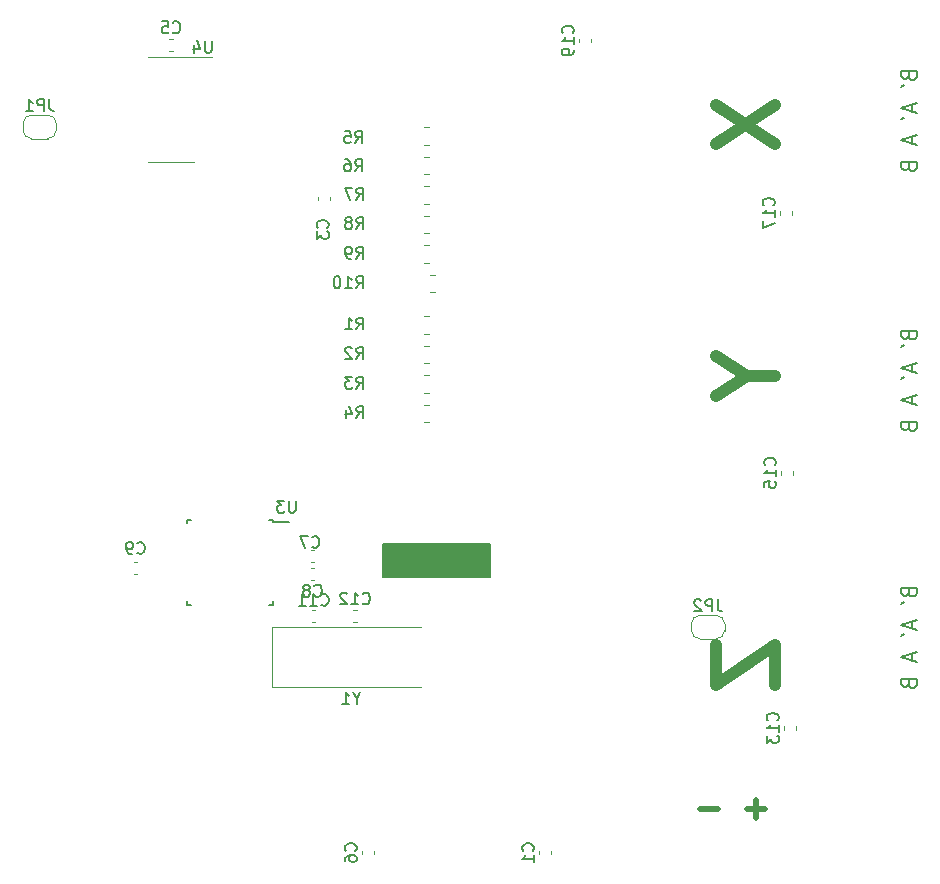
<source format=gbr>
%TF.GenerationSoftware,KiCad,Pcbnew,7.0.1-3b83917a11~172~ubuntu22.10.1*%
%TF.CreationDate,2023-08-26T15:52:06+02:00*%
%TF.ProjectId,controller,636f6e74-726f-46c6-9c65-722e6b696361,rev?*%
%TF.SameCoordinates,Original*%
%TF.FileFunction,Legend,Bot*%
%TF.FilePolarity,Positive*%
%FSLAX46Y46*%
G04 Gerber Fmt 4.6, Leading zero omitted, Abs format (unit mm)*
G04 Created by KiCad (PCBNEW 7.0.1-3b83917a11~172~ubuntu22.10.1) date 2023-08-26 15:52:06*
%MOMM*%
%LPD*%
G01*
G04 APERTURE LIST*
%ADD10C,0.150000*%
%ADD11C,1.000000*%
%ADD12C,0.200000*%
%ADD13C,0.500000*%
%ADD14C,0.120000*%
G04 APERTURE END LIST*
D10*
X66700000Y-78600000D02*
X75700000Y-78600000D01*
X75700000Y-81400000D01*
X66700000Y-81400000D01*
X66700000Y-78600000D01*
G36*
X66700000Y-78600000D02*
G01*
X75700000Y-78600000D01*
X75700000Y-81400000D01*
X66700000Y-81400000D01*
X66700000Y-78600000D01*
G37*
D11*
X94888095Y-87214285D02*
X94888095Y-90547619D01*
X94888095Y-90547619D02*
X99888095Y-87214285D01*
X99888095Y-87214285D02*
X99888095Y-90547619D01*
X97507142Y-64392857D02*
X99888095Y-64392857D01*
X94888095Y-62726190D02*
X97507142Y-64392857D01*
X97507142Y-64392857D02*
X94888095Y-66059523D01*
X94888095Y-41464285D02*
X99888095Y-44797619D01*
X94888095Y-44797619D02*
X99888095Y-41464285D01*
D12*
X111159952Y-38992857D02*
X111221857Y-39178571D01*
X111221857Y-39178571D02*
X111283761Y-39240476D01*
X111283761Y-39240476D02*
X111407571Y-39302380D01*
X111407571Y-39302380D02*
X111593285Y-39302380D01*
X111593285Y-39302380D02*
X111717095Y-39240476D01*
X111717095Y-39240476D02*
X111779000Y-39178571D01*
X111779000Y-39178571D02*
X111840904Y-39054761D01*
X111840904Y-39054761D02*
X111840904Y-38559523D01*
X111840904Y-38559523D02*
X110540904Y-38559523D01*
X110540904Y-38559523D02*
X110540904Y-38992857D01*
X110540904Y-38992857D02*
X110602809Y-39116666D01*
X110602809Y-39116666D02*
X110664714Y-39178571D01*
X110664714Y-39178571D02*
X110788523Y-39240476D01*
X110788523Y-39240476D02*
X110912333Y-39240476D01*
X110912333Y-39240476D02*
X111036142Y-39178571D01*
X111036142Y-39178571D02*
X111098047Y-39116666D01*
X111098047Y-39116666D02*
X111159952Y-38992857D01*
X111159952Y-38992857D02*
X111159952Y-38559523D01*
X110540904Y-39921428D02*
X110788523Y-39797619D01*
X111469476Y-41407143D02*
X111469476Y-42026190D01*
X111840904Y-41283333D02*
X110540904Y-41716666D01*
X110540904Y-41716666D02*
X111840904Y-42150000D01*
X110540904Y-42645238D02*
X110788523Y-42521429D01*
X111469476Y-44130953D02*
X111469476Y-44750000D01*
X111840904Y-44007143D02*
X110540904Y-44440476D01*
X110540904Y-44440476D02*
X111840904Y-44873810D01*
X111159952Y-46730953D02*
X111221857Y-46916667D01*
X111221857Y-46916667D02*
X111283761Y-46978572D01*
X111283761Y-46978572D02*
X111407571Y-47040476D01*
X111407571Y-47040476D02*
X111593285Y-47040476D01*
X111593285Y-47040476D02*
X111717095Y-46978572D01*
X111717095Y-46978572D02*
X111779000Y-46916667D01*
X111779000Y-46916667D02*
X111840904Y-46792857D01*
X111840904Y-46792857D02*
X111840904Y-46297619D01*
X111840904Y-46297619D02*
X110540904Y-46297619D01*
X110540904Y-46297619D02*
X110540904Y-46730953D01*
X110540904Y-46730953D02*
X110602809Y-46854762D01*
X110602809Y-46854762D02*
X110664714Y-46916667D01*
X110664714Y-46916667D02*
X110788523Y-46978572D01*
X110788523Y-46978572D02*
X110912333Y-46978572D01*
X110912333Y-46978572D02*
X111036142Y-46916667D01*
X111036142Y-46916667D02*
X111098047Y-46854762D01*
X111098047Y-46854762D02*
X111159952Y-46730953D01*
X111159952Y-46730953D02*
X111159952Y-46297619D01*
X111159952Y-60992857D02*
X111221857Y-61178571D01*
X111221857Y-61178571D02*
X111283761Y-61240476D01*
X111283761Y-61240476D02*
X111407571Y-61302380D01*
X111407571Y-61302380D02*
X111593285Y-61302380D01*
X111593285Y-61302380D02*
X111717095Y-61240476D01*
X111717095Y-61240476D02*
X111779000Y-61178571D01*
X111779000Y-61178571D02*
X111840904Y-61054761D01*
X111840904Y-61054761D02*
X111840904Y-60559523D01*
X111840904Y-60559523D02*
X110540904Y-60559523D01*
X110540904Y-60559523D02*
X110540904Y-60992857D01*
X110540904Y-60992857D02*
X110602809Y-61116666D01*
X110602809Y-61116666D02*
X110664714Y-61178571D01*
X110664714Y-61178571D02*
X110788523Y-61240476D01*
X110788523Y-61240476D02*
X110912333Y-61240476D01*
X110912333Y-61240476D02*
X111036142Y-61178571D01*
X111036142Y-61178571D02*
X111098047Y-61116666D01*
X111098047Y-61116666D02*
X111159952Y-60992857D01*
X111159952Y-60992857D02*
X111159952Y-60559523D01*
X110540904Y-61921428D02*
X110788523Y-61797619D01*
X111469476Y-63407143D02*
X111469476Y-64026190D01*
X111840904Y-63283333D02*
X110540904Y-63716666D01*
X110540904Y-63716666D02*
X111840904Y-64150000D01*
X110540904Y-64645238D02*
X110788523Y-64521429D01*
X111469476Y-66130953D02*
X111469476Y-66750000D01*
X111840904Y-66007143D02*
X110540904Y-66440476D01*
X110540904Y-66440476D02*
X111840904Y-66873810D01*
X111159952Y-68730953D02*
X111221857Y-68916667D01*
X111221857Y-68916667D02*
X111283761Y-68978572D01*
X111283761Y-68978572D02*
X111407571Y-69040476D01*
X111407571Y-69040476D02*
X111593285Y-69040476D01*
X111593285Y-69040476D02*
X111717095Y-68978572D01*
X111717095Y-68978572D02*
X111779000Y-68916667D01*
X111779000Y-68916667D02*
X111840904Y-68792857D01*
X111840904Y-68792857D02*
X111840904Y-68297619D01*
X111840904Y-68297619D02*
X110540904Y-68297619D01*
X110540904Y-68297619D02*
X110540904Y-68730953D01*
X110540904Y-68730953D02*
X110602809Y-68854762D01*
X110602809Y-68854762D02*
X110664714Y-68916667D01*
X110664714Y-68916667D02*
X110788523Y-68978572D01*
X110788523Y-68978572D02*
X110912333Y-68978572D01*
X110912333Y-68978572D02*
X111036142Y-68916667D01*
X111036142Y-68916667D02*
X111098047Y-68854762D01*
X111098047Y-68854762D02*
X111159952Y-68730953D01*
X111159952Y-68730953D02*
X111159952Y-68297619D01*
X111159952Y-82742857D02*
X111221857Y-82928571D01*
X111221857Y-82928571D02*
X111283761Y-82990476D01*
X111283761Y-82990476D02*
X111407571Y-83052380D01*
X111407571Y-83052380D02*
X111593285Y-83052380D01*
X111593285Y-83052380D02*
X111717095Y-82990476D01*
X111717095Y-82990476D02*
X111779000Y-82928571D01*
X111779000Y-82928571D02*
X111840904Y-82804761D01*
X111840904Y-82804761D02*
X111840904Y-82309523D01*
X111840904Y-82309523D02*
X110540904Y-82309523D01*
X110540904Y-82309523D02*
X110540904Y-82742857D01*
X110540904Y-82742857D02*
X110602809Y-82866666D01*
X110602809Y-82866666D02*
X110664714Y-82928571D01*
X110664714Y-82928571D02*
X110788523Y-82990476D01*
X110788523Y-82990476D02*
X110912333Y-82990476D01*
X110912333Y-82990476D02*
X111036142Y-82928571D01*
X111036142Y-82928571D02*
X111098047Y-82866666D01*
X111098047Y-82866666D02*
X111159952Y-82742857D01*
X111159952Y-82742857D02*
X111159952Y-82309523D01*
X110540904Y-83671428D02*
X110788523Y-83547619D01*
X111469476Y-85157143D02*
X111469476Y-85776190D01*
X111840904Y-85033333D02*
X110540904Y-85466666D01*
X110540904Y-85466666D02*
X111840904Y-85900000D01*
X110540904Y-86395238D02*
X110788523Y-86271429D01*
X111469476Y-87880953D02*
X111469476Y-88500000D01*
X111840904Y-87757143D02*
X110540904Y-88190476D01*
X110540904Y-88190476D02*
X111840904Y-88623810D01*
X111159952Y-90480953D02*
X111221857Y-90666667D01*
X111221857Y-90666667D02*
X111283761Y-90728572D01*
X111283761Y-90728572D02*
X111407571Y-90790476D01*
X111407571Y-90790476D02*
X111593285Y-90790476D01*
X111593285Y-90790476D02*
X111717095Y-90728572D01*
X111717095Y-90728572D02*
X111779000Y-90666667D01*
X111779000Y-90666667D02*
X111840904Y-90542857D01*
X111840904Y-90542857D02*
X111840904Y-90047619D01*
X111840904Y-90047619D02*
X110540904Y-90047619D01*
X110540904Y-90047619D02*
X110540904Y-90480953D01*
X110540904Y-90480953D02*
X110602809Y-90604762D01*
X110602809Y-90604762D02*
X110664714Y-90666667D01*
X110664714Y-90666667D02*
X110788523Y-90728572D01*
X110788523Y-90728572D02*
X110912333Y-90728572D01*
X110912333Y-90728572D02*
X111036142Y-90666667D01*
X111036142Y-90666667D02*
X111098047Y-90604762D01*
X111098047Y-90604762D02*
X111159952Y-90480953D01*
X111159952Y-90480953D02*
X111159952Y-90047619D01*
D10*
%TO.C,C19*%
X82717799Y-35357142D02*
X82765419Y-35309523D01*
X82765419Y-35309523D02*
X82813038Y-35166666D01*
X82813038Y-35166666D02*
X82813038Y-35071428D01*
X82813038Y-35071428D02*
X82765419Y-34928571D01*
X82765419Y-34928571D02*
X82670180Y-34833333D01*
X82670180Y-34833333D02*
X82574942Y-34785714D01*
X82574942Y-34785714D02*
X82384466Y-34738095D01*
X82384466Y-34738095D02*
X82241609Y-34738095D01*
X82241609Y-34738095D02*
X82051133Y-34785714D01*
X82051133Y-34785714D02*
X81955895Y-34833333D01*
X81955895Y-34833333D02*
X81860657Y-34928571D01*
X81860657Y-34928571D02*
X81813038Y-35071428D01*
X81813038Y-35071428D02*
X81813038Y-35166666D01*
X81813038Y-35166666D02*
X81860657Y-35309523D01*
X81860657Y-35309523D02*
X81908276Y-35357142D01*
X82813038Y-36309523D02*
X82813038Y-35738095D01*
X82813038Y-36023809D02*
X81813038Y-36023809D01*
X81813038Y-36023809D02*
X81955895Y-35928571D01*
X81955895Y-35928571D02*
X82051133Y-35833333D01*
X82051133Y-35833333D02*
X82098752Y-35738095D01*
X82813038Y-36785714D02*
X82813038Y-36976190D01*
X82813038Y-36976190D02*
X82765419Y-37071428D01*
X82765419Y-37071428D02*
X82717799Y-37119047D01*
X82717799Y-37119047D02*
X82574942Y-37214285D01*
X82574942Y-37214285D02*
X82384466Y-37261904D01*
X82384466Y-37261904D02*
X82003514Y-37261904D01*
X82003514Y-37261904D02*
X81908276Y-37214285D01*
X81908276Y-37214285D02*
X81860657Y-37166666D01*
X81860657Y-37166666D02*
X81813038Y-37071428D01*
X81813038Y-37071428D02*
X81813038Y-36880952D01*
X81813038Y-36880952D02*
X81860657Y-36785714D01*
X81860657Y-36785714D02*
X81908276Y-36738095D01*
X81908276Y-36738095D02*
X82003514Y-36690476D01*
X82003514Y-36690476D02*
X82241609Y-36690476D01*
X82241609Y-36690476D02*
X82336847Y-36738095D01*
X82336847Y-36738095D02*
X82384466Y-36785714D01*
X82384466Y-36785714D02*
X82432085Y-36880952D01*
X82432085Y-36880952D02*
X82432085Y-37071428D01*
X82432085Y-37071428D02*
X82384466Y-37166666D01*
X82384466Y-37166666D02*
X82336847Y-37214285D01*
X82336847Y-37214285D02*
X82241609Y-37261904D01*
%TO.C,JP2*%
X95016252Y-83321369D02*
X95016252Y-84035654D01*
X95016252Y-84035654D02*
X95063871Y-84178511D01*
X95063871Y-84178511D02*
X95159109Y-84273750D01*
X95159109Y-84273750D02*
X95301966Y-84321369D01*
X95301966Y-84321369D02*
X95397204Y-84321369D01*
X94540061Y-84321369D02*
X94540061Y-83321369D01*
X94540061Y-83321369D02*
X94159109Y-83321369D01*
X94159109Y-83321369D02*
X94063871Y-83368988D01*
X94063871Y-83368988D02*
X94016252Y-83416607D01*
X94016252Y-83416607D02*
X93968633Y-83511845D01*
X93968633Y-83511845D02*
X93968633Y-83654702D01*
X93968633Y-83654702D02*
X94016252Y-83749940D01*
X94016252Y-83749940D02*
X94063871Y-83797559D01*
X94063871Y-83797559D02*
X94159109Y-83845178D01*
X94159109Y-83845178D02*
X94540061Y-83845178D01*
X93587680Y-83416607D02*
X93540061Y-83368988D01*
X93540061Y-83368988D02*
X93444823Y-83321369D01*
X93444823Y-83321369D02*
X93206728Y-83321369D01*
X93206728Y-83321369D02*
X93111490Y-83368988D01*
X93111490Y-83368988D02*
X93063871Y-83416607D01*
X93063871Y-83416607D02*
X93016252Y-83511845D01*
X93016252Y-83511845D02*
X93016252Y-83607083D01*
X93016252Y-83607083D02*
X93063871Y-83749940D01*
X93063871Y-83749940D02*
X93635299Y-84321369D01*
X93635299Y-84321369D02*
X93016252Y-84321369D01*
%TO.C,Y1*%
X64426190Y-91716428D02*
X64426190Y-92192619D01*
X64759523Y-91192619D02*
X64426190Y-91716428D01*
X64426190Y-91716428D02*
X64092857Y-91192619D01*
X63235714Y-92192619D02*
X63807142Y-92192619D01*
X63521428Y-92192619D02*
X63521428Y-91192619D01*
X63521428Y-91192619D02*
X63616666Y-91335476D01*
X63616666Y-91335476D02*
X63711904Y-91430714D01*
X63711904Y-91430714D02*
X63807142Y-91478333D01*
%TO.C,U4*%
X52161904Y-36012619D02*
X52161904Y-36822142D01*
X52161904Y-36822142D02*
X52114285Y-36917380D01*
X52114285Y-36917380D02*
X52066666Y-36965000D01*
X52066666Y-36965000D02*
X51971428Y-37012619D01*
X51971428Y-37012619D02*
X51780952Y-37012619D01*
X51780952Y-37012619D02*
X51685714Y-36965000D01*
X51685714Y-36965000D02*
X51638095Y-36917380D01*
X51638095Y-36917380D02*
X51590476Y-36822142D01*
X51590476Y-36822142D02*
X51590476Y-36012619D01*
X50685714Y-36345952D02*
X50685714Y-37012619D01*
X50923809Y-35965000D02*
X51161904Y-36679285D01*
X51161904Y-36679285D02*
X50542857Y-36679285D01*
%TO.C,U3*%
X59261904Y-74962619D02*
X59261904Y-75772142D01*
X59261904Y-75772142D02*
X59214285Y-75867380D01*
X59214285Y-75867380D02*
X59166666Y-75915000D01*
X59166666Y-75915000D02*
X59071428Y-75962619D01*
X59071428Y-75962619D02*
X58880952Y-75962619D01*
X58880952Y-75962619D02*
X58785714Y-75915000D01*
X58785714Y-75915000D02*
X58738095Y-75867380D01*
X58738095Y-75867380D02*
X58690476Y-75772142D01*
X58690476Y-75772142D02*
X58690476Y-74962619D01*
X58309523Y-74962619D02*
X57690476Y-74962619D01*
X57690476Y-74962619D02*
X58023809Y-75343571D01*
X58023809Y-75343571D02*
X57880952Y-75343571D01*
X57880952Y-75343571D02*
X57785714Y-75391190D01*
X57785714Y-75391190D02*
X57738095Y-75438809D01*
X57738095Y-75438809D02*
X57690476Y-75534047D01*
X57690476Y-75534047D02*
X57690476Y-75772142D01*
X57690476Y-75772142D02*
X57738095Y-75867380D01*
X57738095Y-75867380D02*
X57785714Y-75915000D01*
X57785714Y-75915000D02*
X57880952Y-75962619D01*
X57880952Y-75962619D02*
X58166666Y-75962619D01*
X58166666Y-75962619D02*
X58261904Y-75915000D01*
X58261904Y-75915000D02*
X58309523Y-75867380D01*
%TO.C,R10*%
X64392857Y-56962619D02*
X64726190Y-56486428D01*
X64964285Y-56962619D02*
X64964285Y-55962619D01*
X64964285Y-55962619D02*
X64583333Y-55962619D01*
X64583333Y-55962619D02*
X64488095Y-56010238D01*
X64488095Y-56010238D02*
X64440476Y-56057857D01*
X64440476Y-56057857D02*
X64392857Y-56153095D01*
X64392857Y-56153095D02*
X64392857Y-56295952D01*
X64392857Y-56295952D02*
X64440476Y-56391190D01*
X64440476Y-56391190D02*
X64488095Y-56438809D01*
X64488095Y-56438809D02*
X64583333Y-56486428D01*
X64583333Y-56486428D02*
X64964285Y-56486428D01*
X63440476Y-56962619D02*
X64011904Y-56962619D01*
X63726190Y-56962619D02*
X63726190Y-55962619D01*
X63726190Y-55962619D02*
X63821428Y-56105476D01*
X63821428Y-56105476D02*
X63916666Y-56200714D01*
X63916666Y-56200714D02*
X64011904Y-56248333D01*
X62821428Y-55962619D02*
X62726190Y-55962619D01*
X62726190Y-55962619D02*
X62630952Y-56010238D01*
X62630952Y-56010238D02*
X62583333Y-56057857D01*
X62583333Y-56057857D02*
X62535714Y-56153095D01*
X62535714Y-56153095D02*
X62488095Y-56343571D01*
X62488095Y-56343571D02*
X62488095Y-56581666D01*
X62488095Y-56581666D02*
X62535714Y-56772142D01*
X62535714Y-56772142D02*
X62583333Y-56867380D01*
X62583333Y-56867380D02*
X62630952Y-56915000D01*
X62630952Y-56915000D02*
X62726190Y-56962619D01*
X62726190Y-56962619D02*
X62821428Y-56962619D01*
X62821428Y-56962619D02*
X62916666Y-56915000D01*
X62916666Y-56915000D02*
X62964285Y-56867380D01*
X62964285Y-56867380D02*
X63011904Y-56772142D01*
X63011904Y-56772142D02*
X63059523Y-56581666D01*
X63059523Y-56581666D02*
X63059523Y-56343571D01*
X63059523Y-56343571D02*
X63011904Y-56153095D01*
X63011904Y-56153095D02*
X62964285Y-56057857D01*
X62964285Y-56057857D02*
X62916666Y-56010238D01*
X62916666Y-56010238D02*
X62821428Y-55962619D01*
%TO.C,R9*%
X64416666Y-54462619D02*
X64749999Y-53986428D01*
X64988094Y-54462619D02*
X64988094Y-53462619D01*
X64988094Y-53462619D02*
X64607142Y-53462619D01*
X64607142Y-53462619D02*
X64511904Y-53510238D01*
X64511904Y-53510238D02*
X64464285Y-53557857D01*
X64464285Y-53557857D02*
X64416666Y-53653095D01*
X64416666Y-53653095D02*
X64416666Y-53795952D01*
X64416666Y-53795952D02*
X64464285Y-53891190D01*
X64464285Y-53891190D02*
X64511904Y-53938809D01*
X64511904Y-53938809D02*
X64607142Y-53986428D01*
X64607142Y-53986428D02*
X64988094Y-53986428D01*
X63940475Y-54462619D02*
X63749999Y-54462619D01*
X63749999Y-54462619D02*
X63654761Y-54415000D01*
X63654761Y-54415000D02*
X63607142Y-54367380D01*
X63607142Y-54367380D02*
X63511904Y-54224523D01*
X63511904Y-54224523D02*
X63464285Y-54034047D01*
X63464285Y-54034047D02*
X63464285Y-53653095D01*
X63464285Y-53653095D02*
X63511904Y-53557857D01*
X63511904Y-53557857D02*
X63559523Y-53510238D01*
X63559523Y-53510238D02*
X63654761Y-53462619D01*
X63654761Y-53462619D02*
X63845237Y-53462619D01*
X63845237Y-53462619D02*
X63940475Y-53510238D01*
X63940475Y-53510238D02*
X63988094Y-53557857D01*
X63988094Y-53557857D02*
X64035713Y-53653095D01*
X64035713Y-53653095D02*
X64035713Y-53891190D01*
X64035713Y-53891190D02*
X63988094Y-53986428D01*
X63988094Y-53986428D02*
X63940475Y-54034047D01*
X63940475Y-54034047D02*
X63845237Y-54081666D01*
X63845237Y-54081666D02*
X63654761Y-54081666D01*
X63654761Y-54081666D02*
X63559523Y-54034047D01*
X63559523Y-54034047D02*
X63511904Y-53986428D01*
X63511904Y-53986428D02*
X63464285Y-53891190D01*
%TO.C,R8*%
X64416666Y-51962619D02*
X64749999Y-51486428D01*
X64988094Y-51962619D02*
X64988094Y-50962619D01*
X64988094Y-50962619D02*
X64607142Y-50962619D01*
X64607142Y-50962619D02*
X64511904Y-51010238D01*
X64511904Y-51010238D02*
X64464285Y-51057857D01*
X64464285Y-51057857D02*
X64416666Y-51153095D01*
X64416666Y-51153095D02*
X64416666Y-51295952D01*
X64416666Y-51295952D02*
X64464285Y-51391190D01*
X64464285Y-51391190D02*
X64511904Y-51438809D01*
X64511904Y-51438809D02*
X64607142Y-51486428D01*
X64607142Y-51486428D02*
X64988094Y-51486428D01*
X63845237Y-51391190D02*
X63940475Y-51343571D01*
X63940475Y-51343571D02*
X63988094Y-51295952D01*
X63988094Y-51295952D02*
X64035713Y-51200714D01*
X64035713Y-51200714D02*
X64035713Y-51153095D01*
X64035713Y-51153095D02*
X63988094Y-51057857D01*
X63988094Y-51057857D02*
X63940475Y-51010238D01*
X63940475Y-51010238D02*
X63845237Y-50962619D01*
X63845237Y-50962619D02*
X63654761Y-50962619D01*
X63654761Y-50962619D02*
X63559523Y-51010238D01*
X63559523Y-51010238D02*
X63511904Y-51057857D01*
X63511904Y-51057857D02*
X63464285Y-51153095D01*
X63464285Y-51153095D02*
X63464285Y-51200714D01*
X63464285Y-51200714D02*
X63511904Y-51295952D01*
X63511904Y-51295952D02*
X63559523Y-51343571D01*
X63559523Y-51343571D02*
X63654761Y-51391190D01*
X63654761Y-51391190D02*
X63845237Y-51391190D01*
X63845237Y-51391190D02*
X63940475Y-51438809D01*
X63940475Y-51438809D02*
X63988094Y-51486428D01*
X63988094Y-51486428D02*
X64035713Y-51581666D01*
X64035713Y-51581666D02*
X64035713Y-51772142D01*
X64035713Y-51772142D02*
X63988094Y-51867380D01*
X63988094Y-51867380D02*
X63940475Y-51915000D01*
X63940475Y-51915000D02*
X63845237Y-51962619D01*
X63845237Y-51962619D02*
X63654761Y-51962619D01*
X63654761Y-51962619D02*
X63559523Y-51915000D01*
X63559523Y-51915000D02*
X63511904Y-51867380D01*
X63511904Y-51867380D02*
X63464285Y-51772142D01*
X63464285Y-51772142D02*
X63464285Y-51581666D01*
X63464285Y-51581666D02*
X63511904Y-51486428D01*
X63511904Y-51486428D02*
X63559523Y-51438809D01*
X63559523Y-51438809D02*
X63654761Y-51391190D01*
%TO.C,R7*%
X64416666Y-49462619D02*
X64749999Y-48986428D01*
X64988094Y-49462619D02*
X64988094Y-48462619D01*
X64988094Y-48462619D02*
X64607142Y-48462619D01*
X64607142Y-48462619D02*
X64511904Y-48510238D01*
X64511904Y-48510238D02*
X64464285Y-48557857D01*
X64464285Y-48557857D02*
X64416666Y-48653095D01*
X64416666Y-48653095D02*
X64416666Y-48795952D01*
X64416666Y-48795952D02*
X64464285Y-48891190D01*
X64464285Y-48891190D02*
X64511904Y-48938809D01*
X64511904Y-48938809D02*
X64607142Y-48986428D01*
X64607142Y-48986428D02*
X64988094Y-48986428D01*
X64083332Y-48462619D02*
X63416666Y-48462619D01*
X63416666Y-48462619D02*
X63845237Y-49462619D01*
%TO.C,R6*%
X64316666Y-47062619D02*
X64649999Y-46586428D01*
X64888094Y-47062619D02*
X64888094Y-46062619D01*
X64888094Y-46062619D02*
X64507142Y-46062619D01*
X64507142Y-46062619D02*
X64411904Y-46110238D01*
X64411904Y-46110238D02*
X64364285Y-46157857D01*
X64364285Y-46157857D02*
X64316666Y-46253095D01*
X64316666Y-46253095D02*
X64316666Y-46395952D01*
X64316666Y-46395952D02*
X64364285Y-46491190D01*
X64364285Y-46491190D02*
X64411904Y-46538809D01*
X64411904Y-46538809D02*
X64507142Y-46586428D01*
X64507142Y-46586428D02*
X64888094Y-46586428D01*
X63459523Y-46062619D02*
X63649999Y-46062619D01*
X63649999Y-46062619D02*
X63745237Y-46110238D01*
X63745237Y-46110238D02*
X63792856Y-46157857D01*
X63792856Y-46157857D02*
X63888094Y-46300714D01*
X63888094Y-46300714D02*
X63935713Y-46491190D01*
X63935713Y-46491190D02*
X63935713Y-46872142D01*
X63935713Y-46872142D02*
X63888094Y-46967380D01*
X63888094Y-46967380D02*
X63840475Y-47015000D01*
X63840475Y-47015000D02*
X63745237Y-47062619D01*
X63745237Y-47062619D02*
X63554761Y-47062619D01*
X63554761Y-47062619D02*
X63459523Y-47015000D01*
X63459523Y-47015000D02*
X63411904Y-46967380D01*
X63411904Y-46967380D02*
X63364285Y-46872142D01*
X63364285Y-46872142D02*
X63364285Y-46634047D01*
X63364285Y-46634047D02*
X63411904Y-46538809D01*
X63411904Y-46538809D02*
X63459523Y-46491190D01*
X63459523Y-46491190D02*
X63554761Y-46443571D01*
X63554761Y-46443571D02*
X63745237Y-46443571D01*
X63745237Y-46443571D02*
X63840475Y-46491190D01*
X63840475Y-46491190D02*
X63888094Y-46538809D01*
X63888094Y-46538809D02*
X63935713Y-46634047D01*
%TO.C,R5*%
X64316666Y-44662619D02*
X64649999Y-44186428D01*
X64888094Y-44662619D02*
X64888094Y-43662619D01*
X64888094Y-43662619D02*
X64507142Y-43662619D01*
X64507142Y-43662619D02*
X64411904Y-43710238D01*
X64411904Y-43710238D02*
X64364285Y-43757857D01*
X64364285Y-43757857D02*
X64316666Y-43853095D01*
X64316666Y-43853095D02*
X64316666Y-43995952D01*
X64316666Y-43995952D02*
X64364285Y-44091190D01*
X64364285Y-44091190D02*
X64411904Y-44138809D01*
X64411904Y-44138809D02*
X64507142Y-44186428D01*
X64507142Y-44186428D02*
X64888094Y-44186428D01*
X63411904Y-43662619D02*
X63888094Y-43662619D01*
X63888094Y-43662619D02*
X63935713Y-44138809D01*
X63935713Y-44138809D02*
X63888094Y-44091190D01*
X63888094Y-44091190D02*
X63792856Y-44043571D01*
X63792856Y-44043571D02*
X63554761Y-44043571D01*
X63554761Y-44043571D02*
X63459523Y-44091190D01*
X63459523Y-44091190D02*
X63411904Y-44138809D01*
X63411904Y-44138809D02*
X63364285Y-44234047D01*
X63364285Y-44234047D02*
X63364285Y-44472142D01*
X63364285Y-44472142D02*
X63411904Y-44567380D01*
X63411904Y-44567380D02*
X63459523Y-44615000D01*
X63459523Y-44615000D02*
X63554761Y-44662619D01*
X63554761Y-44662619D02*
X63792856Y-44662619D01*
X63792856Y-44662619D02*
X63888094Y-44615000D01*
X63888094Y-44615000D02*
X63935713Y-44567380D01*
%TO.C,R4*%
X64416666Y-67962619D02*
X64749999Y-67486428D01*
X64988094Y-67962619D02*
X64988094Y-66962619D01*
X64988094Y-66962619D02*
X64607142Y-66962619D01*
X64607142Y-66962619D02*
X64511904Y-67010238D01*
X64511904Y-67010238D02*
X64464285Y-67057857D01*
X64464285Y-67057857D02*
X64416666Y-67153095D01*
X64416666Y-67153095D02*
X64416666Y-67295952D01*
X64416666Y-67295952D02*
X64464285Y-67391190D01*
X64464285Y-67391190D02*
X64511904Y-67438809D01*
X64511904Y-67438809D02*
X64607142Y-67486428D01*
X64607142Y-67486428D02*
X64988094Y-67486428D01*
X63559523Y-67295952D02*
X63559523Y-67962619D01*
X63797618Y-66915000D02*
X64035713Y-67629285D01*
X64035713Y-67629285D02*
X63416666Y-67629285D01*
%TO.C,R3*%
X64416666Y-65462619D02*
X64749999Y-64986428D01*
X64988094Y-65462619D02*
X64988094Y-64462619D01*
X64988094Y-64462619D02*
X64607142Y-64462619D01*
X64607142Y-64462619D02*
X64511904Y-64510238D01*
X64511904Y-64510238D02*
X64464285Y-64557857D01*
X64464285Y-64557857D02*
X64416666Y-64653095D01*
X64416666Y-64653095D02*
X64416666Y-64795952D01*
X64416666Y-64795952D02*
X64464285Y-64891190D01*
X64464285Y-64891190D02*
X64511904Y-64938809D01*
X64511904Y-64938809D02*
X64607142Y-64986428D01*
X64607142Y-64986428D02*
X64988094Y-64986428D01*
X64083332Y-64462619D02*
X63464285Y-64462619D01*
X63464285Y-64462619D02*
X63797618Y-64843571D01*
X63797618Y-64843571D02*
X63654761Y-64843571D01*
X63654761Y-64843571D02*
X63559523Y-64891190D01*
X63559523Y-64891190D02*
X63511904Y-64938809D01*
X63511904Y-64938809D02*
X63464285Y-65034047D01*
X63464285Y-65034047D02*
X63464285Y-65272142D01*
X63464285Y-65272142D02*
X63511904Y-65367380D01*
X63511904Y-65367380D02*
X63559523Y-65415000D01*
X63559523Y-65415000D02*
X63654761Y-65462619D01*
X63654761Y-65462619D02*
X63940475Y-65462619D01*
X63940475Y-65462619D02*
X64035713Y-65415000D01*
X64035713Y-65415000D02*
X64083332Y-65367380D01*
%TO.C,R2*%
X64416666Y-62962619D02*
X64749999Y-62486428D01*
X64988094Y-62962619D02*
X64988094Y-61962619D01*
X64988094Y-61962619D02*
X64607142Y-61962619D01*
X64607142Y-61962619D02*
X64511904Y-62010238D01*
X64511904Y-62010238D02*
X64464285Y-62057857D01*
X64464285Y-62057857D02*
X64416666Y-62153095D01*
X64416666Y-62153095D02*
X64416666Y-62295952D01*
X64416666Y-62295952D02*
X64464285Y-62391190D01*
X64464285Y-62391190D02*
X64511904Y-62438809D01*
X64511904Y-62438809D02*
X64607142Y-62486428D01*
X64607142Y-62486428D02*
X64988094Y-62486428D01*
X64035713Y-62057857D02*
X63988094Y-62010238D01*
X63988094Y-62010238D02*
X63892856Y-61962619D01*
X63892856Y-61962619D02*
X63654761Y-61962619D01*
X63654761Y-61962619D02*
X63559523Y-62010238D01*
X63559523Y-62010238D02*
X63511904Y-62057857D01*
X63511904Y-62057857D02*
X63464285Y-62153095D01*
X63464285Y-62153095D02*
X63464285Y-62248333D01*
X63464285Y-62248333D02*
X63511904Y-62391190D01*
X63511904Y-62391190D02*
X64083332Y-62962619D01*
X64083332Y-62962619D02*
X63464285Y-62962619D01*
%TO.C,R1*%
X64416666Y-60462619D02*
X64749999Y-59986428D01*
X64988094Y-60462619D02*
X64988094Y-59462619D01*
X64988094Y-59462619D02*
X64607142Y-59462619D01*
X64607142Y-59462619D02*
X64511904Y-59510238D01*
X64511904Y-59510238D02*
X64464285Y-59557857D01*
X64464285Y-59557857D02*
X64416666Y-59653095D01*
X64416666Y-59653095D02*
X64416666Y-59795952D01*
X64416666Y-59795952D02*
X64464285Y-59891190D01*
X64464285Y-59891190D02*
X64511904Y-59938809D01*
X64511904Y-59938809D02*
X64607142Y-59986428D01*
X64607142Y-59986428D02*
X64988094Y-59986428D01*
X63464285Y-60462619D02*
X64035713Y-60462619D01*
X63749999Y-60462619D02*
X63749999Y-59462619D01*
X63749999Y-59462619D02*
X63845237Y-59605476D01*
X63845237Y-59605476D02*
X63940475Y-59700714D01*
X63940475Y-59700714D02*
X64035713Y-59748333D01*
%TO.C,JP1*%
X38428752Y-40962619D02*
X38428752Y-41676904D01*
X38428752Y-41676904D02*
X38476371Y-41819761D01*
X38476371Y-41819761D02*
X38571609Y-41915000D01*
X38571609Y-41915000D02*
X38714466Y-41962619D01*
X38714466Y-41962619D02*
X38809704Y-41962619D01*
X37952561Y-41962619D02*
X37952561Y-40962619D01*
X37952561Y-40962619D02*
X37571609Y-40962619D01*
X37571609Y-40962619D02*
X37476371Y-41010238D01*
X37476371Y-41010238D02*
X37428752Y-41057857D01*
X37428752Y-41057857D02*
X37381133Y-41153095D01*
X37381133Y-41153095D02*
X37381133Y-41295952D01*
X37381133Y-41295952D02*
X37428752Y-41391190D01*
X37428752Y-41391190D02*
X37476371Y-41438809D01*
X37476371Y-41438809D02*
X37571609Y-41486428D01*
X37571609Y-41486428D02*
X37952561Y-41486428D01*
X36428752Y-41962619D02*
X37000180Y-41962619D01*
X36714466Y-41962619D02*
X36714466Y-40962619D01*
X36714466Y-40962619D02*
X36809704Y-41105476D01*
X36809704Y-41105476D02*
X36904942Y-41200714D01*
X36904942Y-41200714D02*
X37000180Y-41248333D01*
D13*
%TO.C,J5*%
X93518514Y-101063333D02*
X95042324Y-101063333D01*
X97518514Y-101063333D02*
X99042324Y-101063333D01*
X98280419Y-101825238D02*
X98280419Y-100301428D01*
D10*
%TO.C,C17*%
X99720299Y-49955892D02*
X99767919Y-49908273D01*
X99767919Y-49908273D02*
X99815538Y-49765416D01*
X99815538Y-49765416D02*
X99815538Y-49670178D01*
X99815538Y-49670178D02*
X99767919Y-49527321D01*
X99767919Y-49527321D02*
X99672680Y-49432083D01*
X99672680Y-49432083D02*
X99577442Y-49384464D01*
X99577442Y-49384464D02*
X99386966Y-49336845D01*
X99386966Y-49336845D02*
X99244109Y-49336845D01*
X99244109Y-49336845D02*
X99053633Y-49384464D01*
X99053633Y-49384464D02*
X98958395Y-49432083D01*
X98958395Y-49432083D02*
X98863157Y-49527321D01*
X98863157Y-49527321D02*
X98815538Y-49670178D01*
X98815538Y-49670178D02*
X98815538Y-49765416D01*
X98815538Y-49765416D02*
X98863157Y-49908273D01*
X98863157Y-49908273D02*
X98910776Y-49955892D01*
X99815538Y-50908273D02*
X99815538Y-50336845D01*
X99815538Y-50622559D02*
X98815538Y-50622559D01*
X98815538Y-50622559D02*
X98958395Y-50527321D01*
X98958395Y-50527321D02*
X99053633Y-50432083D01*
X99053633Y-50432083D02*
X99101252Y-50336845D01*
X98815538Y-51241607D02*
X98815538Y-51908273D01*
X98815538Y-51908273D02*
X99815538Y-51479702D01*
%TO.C,C15*%
X99835299Y-71955892D02*
X99882919Y-71908273D01*
X99882919Y-71908273D02*
X99930538Y-71765416D01*
X99930538Y-71765416D02*
X99930538Y-71670178D01*
X99930538Y-71670178D02*
X99882919Y-71527321D01*
X99882919Y-71527321D02*
X99787680Y-71432083D01*
X99787680Y-71432083D02*
X99692442Y-71384464D01*
X99692442Y-71384464D02*
X99501966Y-71336845D01*
X99501966Y-71336845D02*
X99359109Y-71336845D01*
X99359109Y-71336845D02*
X99168633Y-71384464D01*
X99168633Y-71384464D02*
X99073395Y-71432083D01*
X99073395Y-71432083D02*
X98978157Y-71527321D01*
X98978157Y-71527321D02*
X98930538Y-71670178D01*
X98930538Y-71670178D02*
X98930538Y-71765416D01*
X98930538Y-71765416D02*
X98978157Y-71908273D01*
X98978157Y-71908273D02*
X99025776Y-71955892D01*
X99930538Y-72908273D02*
X99930538Y-72336845D01*
X99930538Y-72622559D02*
X98930538Y-72622559D01*
X98930538Y-72622559D02*
X99073395Y-72527321D01*
X99073395Y-72527321D02*
X99168633Y-72432083D01*
X99168633Y-72432083D02*
X99216252Y-72336845D01*
X98930538Y-73813035D02*
X98930538Y-73336845D01*
X98930538Y-73336845D02*
X99406728Y-73289226D01*
X99406728Y-73289226D02*
X99359109Y-73336845D01*
X99359109Y-73336845D02*
X99311490Y-73432083D01*
X99311490Y-73432083D02*
X99311490Y-73670178D01*
X99311490Y-73670178D02*
X99359109Y-73765416D01*
X99359109Y-73765416D02*
X99406728Y-73813035D01*
X99406728Y-73813035D02*
X99501966Y-73860654D01*
X99501966Y-73860654D02*
X99740061Y-73860654D01*
X99740061Y-73860654D02*
X99835299Y-73813035D01*
X99835299Y-73813035D02*
X99882919Y-73765416D01*
X99882919Y-73765416D02*
X99930538Y-73670178D01*
X99930538Y-73670178D02*
X99930538Y-73432083D01*
X99930538Y-73432083D02*
X99882919Y-73336845D01*
X99882919Y-73336845D02*
X99835299Y-73289226D01*
%TO.C,C13*%
X100060299Y-93565892D02*
X100107919Y-93518273D01*
X100107919Y-93518273D02*
X100155538Y-93375416D01*
X100155538Y-93375416D02*
X100155538Y-93280178D01*
X100155538Y-93280178D02*
X100107919Y-93137321D01*
X100107919Y-93137321D02*
X100012680Y-93042083D01*
X100012680Y-93042083D02*
X99917442Y-92994464D01*
X99917442Y-92994464D02*
X99726966Y-92946845D01*
X99726966Y-92946845D02*
X99584109Y-92946845D01*
X99584109Y-92946845D02*
X99393633Y-92994464D01*
X99393633Y-92994464D02*
X99298395Y-93042083D01*
X99298395Y-93042083D02*
X99203157Y-93137321D01*
X99203157Y-93137321D02*
X99155538Y-93280178D01*
X99155538Y-93280178D02*
X99155538Y-93375416D01*
X99155538Y-93375416D02*
X99203157Y-93518273D01*
X99203157Y-93518273D02*
X99250776Y-93565892D01*
X100155538Y-94518273D02*
X100155538Y-93946845D01*
X100155538Y-94232559D02*
X99155538Y-94232559D01*
X99155538Y-94232559D02*
X99298395Y-94137321D01*
X99298395Y-94137321D02*
X99393633Y-94042083D01*
X99393633Y-94042083D02*
X99441252Y-93946845D01*
X99155538Y-94851607D02*
X99155538Y-95470654D01*
X99155538Y-95470654D02*
X99536490Y-95137321D01*
X99536490Y-95137321D02*
X99536490Y-95280178D01*
X99536490Y-95280178D02*
X99584109Y-95375416D01*
X99584109Y-95375416D02*
X99631728Y-95423035D01*
X99631728Y-95423035D02*
X99726966Y-95470654D01*
X99726966Y-95470654D02*
X99965061Y-95470654D01*
X99965061Y-95470654D02*
X100060299Y-95423035D01*
X100060299Y-95423035D02*
X100107919Y-95375416D01*
X100107919Y-95375416D02*
X100155538Y-95280178D01*
X100155538Y-95280178D02*
X100155538Y-94994464D01*
X100155538Y-94994464D02*
X100107919Y-94899226D01*
X100107919Y-94899226D02*
X100060299Y-94851607D01*
%TO.C,C12*%
X64942857Y-83637380D02*
X64990476Y-83685000D01*
X64990476Y-83685000D02*
X65133333Y-83732619D01*
X65133333Y-83732619D02*
X65228571Y-83732619D01*
X65228571Y-83732619D02*
X65371428Y-83685000D01*
X65371428Y-83685000D02*
X65466666Y-83589761D01*
X65466666Y-83589761D02*
X65514285Y-83494523D01*
X65514285Y-83494523D02*
X65561904Y-83304047D01*
X65561904Y-83304047D02*
X65561904Y-83161190D01*
X65561904Y-83161190D02*
X65514285Y-82970714D01*
X65514285Y-82970714D02*
X65466666Y-82875476D01*
X65466666Y-82875476D02*
X65371428Y-82780238D01*
X65371428Y-82780238D02*
X65228571Y-82732619D01*
X65228571Y-82732619D02*
X65133333Y-82732619D01*
X65133333Y-82732619D02*
X64990476Y-82780238D01*
X64990476Y-82780238D02*
X64942857Y-82827857D01*
X63990476Y-83732619D02*
X64561904Y-83732619D01*
X64276190Y-83732619D02*
X64276190Y-82732619D01*
X64276190Y-82732619D02*
X64371428Y-82875476D01*
X64371428Y-82875476D02*
X64466666Y-82970714D01*
X64466666Y-82970714D02*
X64561904Y-83018333D01*
X63609523Y-82827857D02*
X63561904Y-82780238D01*
X63561904Y-82780238D02*
X63466666Y-82732619D01*
X63466666Y-82732619D02*
X63228571Y-82732619D01*
X63228571Y-82732619D02*
X63133333Y-82780238D01*
X63133333Y-82780238D02*
X63085714Y-82827857D01*
X63085714Y-82827857D02*
X63038095Y-82923095D01*
X63038095Y-82923095D02*
X63038095Y-83018333D01*
X63038095Y-83018333D02*
X63085714Y-83161190D01*
X63085714Y-83161190D02*
X63657142Y-83732619D01*
X63657142Y-83732619D02*
X63038095Y-83732619D01*
%TO.C,C11*%
X61442857Y-83747380D02*
X61490476Y-83795000D01*
X61490476Y-83795000D02*
X61633333Y-83842619D01*
X61633333Y-83842619D02*
X61728571Y-83842619D01*
X61728571Y-83842619D02*
X61871428Y-83795000D01*
X61871428Y-83795000D02*
X61966666Y-83699761D01*
X61966666Y-83699761D02*
X62014285Y-83604523D01*
X62014285Y-83604523D02*
X62061904Y-83414047D01*
X62061904Y-83414047D02*
X62061904Y-83271190D01*
X62061904Y-83271190D02*
X62014285Y-83080714D01*
X62014285Y-83080714D02*
X61966666Y-82985476D01*
X61966666Y-82985476D02*
X61871428Y-82890238D01*
X61871428Y-82890238D02*
X61728571Y-82842619D01*
X61728571Y-82842619D02*
X61633333Y-82842619D01*
X61633333Y-82842619D02*
X61490476Y-82890238D01*
X61490476Y-82890238D02*
X61442857Y-82937857D01*
X60490476Y-83842619D02*
X61061904Y-83842619D01*
X60776190Y-83842619D02*
X60776190Y-82842619D01*
X60776190Y-82842619D02*
X60871428Y-82985476D01*
X60871428Y-82985476D02*
X60966666Y-83080714D01*
X60966666Y-83080714D02*
X61061904Y-83128333D01*
X59538095Y-83842619D02*
X60109523Y-83842619D01*
X59823809Y-83842619D02*
X59823809Y-82842619D01*
X59823809Y-82842619D02*
X59919047Y-82985476D01*
X59919047Y-82985476D02*
X60014285Y-83080714D01*
X60014285Y-83080714D02*
X60109523Y-83128333D01*
%TO.C,C9*%
X45866666Y-79367380D02*
X45914285Y-79415000D01*
X45914285Y-79415000D02*
X46057142Y-79462619D01*
X46057142Y-79462619D02*
X46152380Y-79462619D01*
X46152380Y-79462619D02*
X46295237Y-79415000D01*
X46295237Y-79415000D02*
X46390475Y-79319761D01*
X46390475Y-79319761D02*
X46438094Y-79224523D01*
X46438094Y-79224523D02*
X46485713Y-79034047D01*
X46485713Y-79034047D02*
X46485713Y-78891190D01*
X46485713Y-78891190D02*
X46438094Y-78700714D01*
X46438094Y-78700714D02*
X46390475Y-78605476D01*
X46390475Y-78605476D02*
X46295237Y-78510238D01*
X46295237Y-78510238D02*
X46152380Y-78462619D01*
X46152380Y-78462619D02*
X46057142Y-78462619D01*
X46057142Y-78462619D02*
X45914285Y-78510238D01*
X45914285Y-78510238D02*
X45866666Y-78557857D01*
X45390475Y-79462619D02*
X45199999Y-79462619D01*
X45199999Y-79462619D02*
X45104761Y-79415000D01*
X45104761Y-79415000D02*
X45057142Y-79367380D01*
X45057142Y-79367380D02*
X44961904Y-79224523D01*
X44961904Y-79224523D02*
X44914285Y-79034047D01*
X44914285Y-79034047D02*
X44914285Y-78653095D01*
X44914285Y-78653095D02*
X44961904Y-78557857D01*
X44961904Y-78557857D02*
X45009523Y-78510238D01*
X45009523Y-78510238D02*
X45104761Y-78462619D01*
X45104761Y-78462619D02*
X45295237Y-78462619D01*
X45295237Y-78462619D02*
X45390475Y-78510238D01*
X45390475Y-78510238D02*
X45438094Y-78557857D01*
X45438094Y-78557857D02*
X45485713Y-78653095D01*
X45485713Y-78653095D02*
X45485713Y-78891190D01*
X45485713Y-78891190D02*
X45438094Y-78986428D01*
X45438094Y-78986428D02*
X45390475Y-79034047D01*
X45390475Y-79034047D02*
X45295237Y-79081666D01*
X45295237Y-79081666D02*
X45104761Y-79081666D01*
X45104761Y-79081666D02*
X45009523Y-79034047D01*
X45009523Y-79034047D02*
X44961904Y-78986428D01*
X44961904Y-78986428D02*
X44914285Y-78891190D01*
%TO.C,C8*%
X60866666Y-82977380D02*
X60914285Y-83025000D01*
X60914285Y-83025000D02*
X61057142Y-83072619D01*
X61057142Y-83072619D02*
X61152380Y-83072619D01*
X61152380Y-83072619D02*
X61295237Y-83025000D01*
X61295237Y-83025000D02*
X61390475Y-82929761D01*
X61390475Y-82929761D02*
X61438094Y-82834523D01*
X61438094Y-82834523D02*
X61485713Y-82644047D01*
X61485713Y-82644047D02*
X61485713Y-82501190D01*
X61485713Y-82501190D02*
X61438094Y-82310714D01*
X61438094Y-82310714D02*
X61390475Y-82215476D01*
X61390475Y-82215476D02*
X61295237Y-82120238D01*
X61295237Y-82120238D02*
X61152380Y-82072619D01*
X61152380Y-82072619D02*
X61057142Y-82072619D01*
X61057142Y-82072619D02*
X60914285Y-82120238D01*
X60914285Y-82120238D02*
X60866666Y-82167857D01*
X60295237Y-82501190D02*
X60390475Y-82453571D01*
X60390475Y-82453571D02*
X60438094Y-82405952D01*
X60438094Y-82405952D02*
X60485713Y-82310714D01*
X60485713Y-82310714D02*
X60485713Y-82263095D01*
X60485713Y-82263095D02*
X60438094Y-82167857D01*
X60438094Y-82167857D02*
X60390475Y-82120238D01*
X60390475Y-82120238D02*
X60295237Y-82072619D01*
X60295237Y-82072619D02*
X60104761Y-82072619D01*
X60104761Y-82072619D02*
X60009523Y-82120238D01*
X60009523Y-82120238D02*
X59961904Y-82167857D01*
X59961904Y-82167857D02*
X59914285Y-82263095D01*
X59914285Y-82263095D02*
X59914285Y-82310714D01*
X59914285Y-82310714D02*
X59961904Y-82405952D01*
X59961904Y-82405952D02*
X60009523Y-82453571D01*
X60009523Y-82453571D02*
X60104761Y-82501190D01*
X60104761Y-82501190D02*
X60295237Y-82501190D01*
X60295237Y-82501190D02*
X60390475Y-82548809D01*
X60390475Y-82548809D02*
X60438094Y-82596428D01*
X60438094Y-82596428D02*
X60485713Y-82691666D01*
X60485713Y-82691666D02*
X60485713Y-82882142D01*
X60485713Y-82882142D02*
X60438094Y-82977380D01*
X60438094Y-82977380D02*
X60390475Y-83025000D01*
X60390475Y-83025000D02*
X60295237Y-83072619D01*
X60295237Y-83072619D02*
X60104761Y-83072619D01*
X60104761Y-83072619D02*
X60009523Y-83025000D01*
X60009523Y-83025000D02*
X59961904Y-82977380D01*
X59961904Y-82977380D02*
X59914285Y-82882142D01*
X59914285Y-82882142D02*
X59914285Y-82691666D01*
X59914285Y-82691666D02*
X59961904Y-82596428D01*
X59961904Y-82596428D02*
X60009523Y-82548809D01*
X60009523Y-82548809D02*
X60104761Y-82501190D01*
%TO.C,C7*%
X60666666Y-78867380D02*
X60714285Y-78915000D01*
X60714285Y-78915000D02*
X60857142Y-78962619D01*
X60857142Y-78962619D02*
X60952380Y-78962619D01*
X60952380Y-78962619D02*
X61095237Y-78915000D01*
X61095237Y-78915000D02*
X61190475Y-78819761D01*
X61190475Y-78819761D02*
X61238094Y-78724523D01*
X61238094Y-78724523D02*
X61285713Y-78534047D01*
X61285713Y-78534047D02*
X61285713Y-78391190D01*
X61285713Y-78391190D02*
X61238094Y-78200714D01*
X61238094Y-78200714D02*
X61190475Y-78105476D01*
X61190475Y-78105476D02*
X61095237Y-78010238D01*
X61095237Y-78010238D02*
X60952380Y-77962619D01*
X60952380Y-77962619D02*
X60857142Y-77962619D01*
X60857142Y-77962619D02*
X60714285Y-78010238D01*
X60714285Y-78010238D02*
X60666666Y-78057857D01*
X60333332Y-77962619D02*
X59666666Y-77962619D01*
X59666666Y-77962619D02*
X60095237Y-78962619D01*
%TO.C,C6*%
X64337799Y-104600682D02*
X64385419Y-104553063D01*
X64385419Y-104553063D02*
X64433038Y-104410206D01*
X64433038Y-104410206D02*
X64433038Y-104314968D01*
X64433038Y-104314968D02*
X64385419Y-104172111D01*
X64385419Y-104172111D02*
X64290180Y-104076873D01*
X64290180Y-104076873D02*
X64194942Y-104029254D01*
X64194942Y-104029254D02*
X64004466Y-103981635D01*
X64004466Y-103981635D02*
X63861609Y-103981635D01*
X63861609Y-103981635D02*
X63671133Y-104029254D01*
X63671133Y-104029254D02*
X63575895Y-104076873D01*
X63575895Y-104076873D02*
X63480657Y-104172111D01*
X63480657Y-104172111D02*
X63433038Y-104314968D01*
X63433038Y-104314968D02*
X63433038Y-104410206D01*
X63433038Y-104410206D02*
X63480657Y-104553063D01*
X63480657Y-104553063D02*
X63528276Y-104600682D01*
X63433038Y-105457825D02*
X63433038Y-105267349D01*
X63433038Y-105267349D02*
X63480657Y-105172111D01*
X63480657Y-105172111D02*
X63528276Y-105124492D01*
X63528276Y-105124492D02*
X63671133Y-105029254D01*
X63671133Y-105029254D02*
X63861609Y-104981635D01*
X63861609Y-104981635D02*
X64242561Y-104981635D01*
X64242561Y-104981635D02*
X64337799Y-105029254D01*
X64337799Y-105029254D02*
X64385419Y-105076873D01*
X64385419Y-105076873D02*
X64433038Y-105172111D01*
X64433038Y-105172111D02*
X64433038Y-105362587D01*
X64433038Y-105362587D02*
X64385419Y-105457825D01*
X64385419Y-105457825D02*
X64337799Y-105505444D01*
X64337799Y-105505444D02*
X64242561Y-105553063D01*
X64242561Y-105553063D02*
X64004466Y-105553063D01*
X64004466Y-105553063D02*
X63909228Y-105505444D01*
X63909228Y-105505444D02*
X63861609Y-105457825D01*
X63861609Y-105457825D02*
X63813990Y-105362587D01*
X63813990Y-105362587D02*
X63813990Y-105172111D01*
X63813990Y-105172111D02*
X63861609Y-105076873D01*
X63861609Y-105076873D02*
X63909228Y-105029254D01*
X63909228Y-105029254D02*
X64004466Y-104981635D01*
%TO.C,C5*%
X48869585Y-35287380D02*
X48917204Y-35335000D01*
X48917204Y-35335000D02*
X49060061Y-35382619D01*
X49060061Y-35382619D02*
X49155299Y-35382619D01*
X49155299Y-35382619D02*
X49298156Y-35335000D01*
X49298156Y-35335000D02*
X49393394Y-35239761D01*
X49393394Y-35239761D02*
X49441013Y-35144523D01*
X49441013Y-35144523D02*
X49488632Y-34954047D01*
X49488632Y-34954047D02*
X49488632Y-34811190D01*
X49488632Y-34811190D02*
X49441013Y-34620714D01*
X49441013Y-34620714D02*
X49393394Y-34525476D01*
X49393394Y-34525476D02*
X49298156Y-34430238D01*
X49298156Y-34430238D02*
X49155299Y-34382619D01*
X49155299Y-34382619D02*
X49060061Y-34382619D01*
X49060061Y-34382619D02*
X48917204Y-34430238D01*
X48917204Y-34430238D02*
X48869585Y-34477857D01*
X47964823Y-34382619D02*
X48441013Y-34382619D01*
X48441013Y-34382619D02*
X48488632Y-34858809D01*
X48488632Y-34858809D02*
X48441013Y-34811190D01*
X48441013Y-34811190D02*
X48345775Y-34763571D01*
X48345775Y-34763571D02*
X48107680Y-34763571D01*
X48107680Y-34763571D02*
X48012442Y-34811190D01*
X48012442Y-34811190D02*
X47964823Y-34858809D01*
X47964823Y-34858809D02*
X47917204Y-34954047D01*
X47917204Y-34954047D02*
X47917204Y-35192142D01*
X47917204Y-35192142D02*
X47964823Y-35287380D01*
X47964823Y-35287380D02*
X48012442Y-35335000D01*
X48012442Y-35335000D02*
X48107680Y-35382619D01*
X48107680Y-35382619D02*
X48345775Y-35382619D01*
X48345775Y-35382619D02*
X48441013Y-35335000D01*
X48441013Y-35335000D02*
X48488632Y-35287380D01*
%TO.C,C3*%
X61967380Y-51833333D02*
X62015000Y-51785714D01*
X62015000Y-51785714D02*
X62062619Y-51642857D01*
X62062619Y-51642857D02*
X62062619Y-51547619D01*
X62062619Y-51547619D02*
X62015000Y-51404762D01*
X62015000Y-51404762D02*
X61919761Y-51309524D01*
X61919761Y-51309524D02*
X61824523Y-51261905D01*
X61824523Y-51261905D02*
X61634047Y-51214286D01*
X61634047Y-51214286D02*
X61491190Y-51214286D01*
X61491190Y-51214286D02*
X61300714Y-51261905D01*
X61300714Y-51261905D02*
X61205476Y-51309524D01*
X61205476Y-51309524D02*
X61110238Y-51404762D01*
X61110238Y-51404762D02*
X61062619Y-51547619D01*
X61062619Y-51547619D02*
X61062619Y-51642857D01*
X61062619Y-51642857D02*
X61110238Y-51785714D01*
X61110238Y-51785714D02*
X61157857Y-51833333D01*
X61062619Y-52166667D02*
X61062619Y-52785714D01*
X61062619Y-52785714D02*
X61443571Y-52452381D01*
X61443571Y-52452381D02*
X61443571Y-52595238D01*
X61443571Y-52595238D02*
X61491190Y-52690476D01*
X61491190Y-52690476D02*
X61538809Y-52738095D01*
X61538809Y-52738095D02*
X61634047Y-52785714D01*
X61634047Y-52785714D02*
X61872142Y-52785714D01*
X61872142Y-52785714D02*
X61967380Y-52738095D01*
X61967380Y-52738095D02*
X62015000Y-52690476D01*
X62015000Y-52690476D02*
X62062619Y-52595238D01*
X62062619Y-52595238D02*
X62062619Y-52309524D01*
X62062619Y-52309524D02*
X62015000Y-52214286D01*
X62015000Y-52214286D02*
X61967380Y-52166667D01*
%TO.C,C1*%
X79337799Y-104600682D02*
X79385419Y-104553063D01*
X79385419Y-104553063D02*
X79433038Y-104410206D01*
X79433038Y-104410206D02*
X79433038Y-104314968D01*
X79433038Y-104314968D02*
X79385419Y-104172111D01*
X79385419Y-104172111D02*
X79290180Y-104076873D01*
X79290180Y-104076873D02*
X79194942Y-104029254D01*
X79194942Y-104029254D02*
X79004466Y-103981635D01*
X79004466Y-103981635D02*
X78861609Y-103981635D01*
X78861609Y-103981635D02*
X78671133Y-104029254D01*
X78671133Y-104029254D02*
X78575895Y-104076873D01*
X78575895Y-104076873D02*
X78480657Y-104172111D01*
X78480657Y-104172111D02*
X78433038Y-104314968D01*
X78433038Y-104314968D02*
X78433038Y-104410206D01*
X78433038Y-104410206D02*
X78480657Y-104553063D01*
X78480657Y-104553063D02*
X78528276Y-104600682D01*
X79433038Y-105553063D02*
X79433038Y-104981635D01*
X79433038Y-105267349D02*
X78433038Y-105267349D01*
X78433038Y-105267349D02*
X78575895Y-105172111D01*
X78575895Y-105172111D02*
X78671133Y-105076873D01*
X78671133Y-105076873D02*
X78718752Y-104981635D01*
D14*
%TO.C,C19*%
X83270419Y-35853733D02*
X83270419Y-36146267D01*
X84290419Y-35853733D02*
X84290419Y-36146267D01*
%TO.C,JP2*%
X94882919Y-84658750D02*
X93482919Y-84658750D01*
X93482919Y-86658750D02*
X94882919Y-86658750D01*
X92782919Y-85358750D02*
X92782919Y-85958750D01*
X95582919Y-85958750D02*
X95582919Y-85358750D01*
X93482919Y-84658750D02*
G75*
G03*
X92782919Y-85358750I0J-700000D01*
G01*
X95582919Y-85358750D02*
G75*
G03*
X94882919Y-84658750I-699999J1D01*
G01*
X94882919Y-86658750D02*
G75*
G03*
X95582919Y-85958750I1J699999D01*
G01*
X92782919Y-85958750D02*
G75*
G03*
X93482919Y-86658750I700000J0D01*
G01*
%TO.C,Y1*%
X57250000Y-85630000D02*
X69850000Y-85630000D01*
X57250000Y-90730000D02*
X57250000Y-85630000D01*
X69850000Y-90730000D02*
X57250000Y-90730000D01*
%TO.C,U4*%
X48702919Y-46265000D02*
X50652919Y-46265000D01*
X48702919Y-37395000D02*
X52152919Y-37395000D01*
X48702919Y-46265000D02*
X46752919Y-46265000D01*
X48702919Y-37395000D02*
X46752919Y-37395000D01*
D10*
%TO.C,U3*%
X57325000Y-76780000D02*
X58750000Y-76780000D01*
X57325000Y-83805000D02*
X57325000Y-83480000D01*
X50075000Y-83805000D02*
X50400000Y-83805000D01*
X50075000Y-83805000D02*
X50075000Y-83480000D01*
X50075000Y-76555000D02*
X50075000Y-76880000D01*
X50075000Y-76555000D02*
X50400000Y-76555000D01*
X57325000Y-76555000D02*
X57000000Y-76555000D01*
X57325000Y-76555000D02*
X57325000Y-76780000D01*
X57325000Y-83805000D02*
X57000000Y-83805000D01*
D14*
%TO.C,R10*%
X70635855Y-57307500D02*
X71089983Y-57307500D01*
X70635855Y-55837500D02*
X71089983Y-55837500D01*
%TO.C,R9*%
X70135855Y-54807500D02*
X70589983Y-54807500D01*
X70135855Y-53337500D02*
X70589983Y-53337500D01*
%TO.C,R8*%
X70135855Y-52307500D02*
X70589983Y-52307500D01*
X70135855Y-50837500D02*
X70589983Y-50837500D01*
%TO.C,R7*%
X70135855Y-49807500D02*
X70589983Y-49807500D01*
X70135855Y-48337500D02*
X70589983Y-48337500D01*
%TO.C,R6*%
X70135855Y-47307500D02*
X70589983Y-47307500D01*
X70135855Y-45837500D02*
X70589983Y-45837500D01*
%TO.C,R5*%
X70135855Y-44807500D02*
X70589983Y-44807500D01*
X70135855Y-43337500D02*
X70589983Y-43337500D01*
%TO.C,R4*%
X70589983Y-66837500D02*
X70135855Y-66837500D01*
X70589983Y-68307500D02*
X70135855Y-68307500D01*
%TO.C,R3*%
X70589983Y-64337500D02*
X70135855Y-64337500D01*
X70589983Y-65807500D02*
X70135855Y-65807500D01*
%TO.C,R2*%
X70589983Y-61837500D02*
X70135855Y-61837500D01*
X70589983Y-63307500D02*
X70135855Y-63307500D01*
%TO.C,R1*%
X70589983Y-59337500D02*
X70135855Y-59337500D01*
X70589983Y-60807500D02*
X70135855Y-60807500D01*
%TO.C,JP1*%
X36895419Y-42300000D02*
G75*
G03*
X36195419Y-43000000I0J-700000D01*
G01*
X36195419Y-43600000D02*
G75*
G03*
X36895419Y-44300000I700000J0D01*
G01*
X38295419Y-44300000D02*
G75*
G03*
X38995419Y-43600000I1J699999D01*
G01*
X38995419Y-43000000D02*
G75*
G03*
X38295419Y-42300000I-699999J1D01*
G01*
X36195419Y-43000000D02*
X36195419Y-43600000D01*
X38995419Y-43600000D02*
X38995419Y-43000000D01*
X38295419Y-42300000D02*
X36895419Y-42300000D01*
X36895419Y-44300000D02*
X38295419Y-44300000D01*
%TO.C,C17*%
X100272919Y-50452483D02*
X100272919Y-50745017D01*
X101292919Y-50452483D02*
X101292919Y-50745017D01*
%TO.C,C15*%
X100387919Y-72452483D02*
X100387919Y-72745017D01*
X101407919Y-72452483D02*
X101407919Y-72745017D01*
%TO.C,C13*%
X100612919Y-94062483D02*
X100612919Y-94355017D01*
X101632919Y-94062483D02*
X101632919Y-94355017D01*
%TO.C,C12*%
X64446267Y-85210000D02*
X64153733Y-85210000D01*
X64446267Y-84190000D02*
X64153733Y-84190000D01*
%TO.C,C11*%
X60653733Y-84190000D02*
X60946267Y-84190000D01*
X60653733Y-85210000D02*
X60946267Y-85210000D01*
%TO.C,C9*%
X45846267Y-81190000D02*
X45553733Y-81190000D01*
X45846267Y-80170000D02*
X45553733Y-80170000D01*
%TO.C,C8*%
X60553733Y-80670000D02*
X60846267Y-80670000D01*
X60553733Y-81690000D02*
X60846267Y-81690000D01*
%TO.C,C7*%
X60553733Y-79170000D02*
X60846267Y-79170000D01*
X60553733Y-80190000D02*
X60846267Y-80190000D01*
%TO.C,C6*%
X65910419Y-104621082D02*
X65910419Y-104913616D01*
X64890419Y-104621082D02*
X64890419Y-104913616D01*
%TO.C,C5*%
X48849186Y-36860000D02*
X48556652Y-36860000D01*
X48849186Y-35840000D02*
X48556652Y-35840000D01*
%TO.C,C3*%
X61192919Y-49496267D02*
X61192919Y-49203733D01*
X62212919Y-49496267D02*
X62212919Y-49203733D01*
%TO.C,C1*%
X80910419Y-104621082D02*
X80910419Y-104913616D01*
X79890419Y-104621082D02*
X79890419Y-104913616D01*
%TD*%
M02*

</source>
